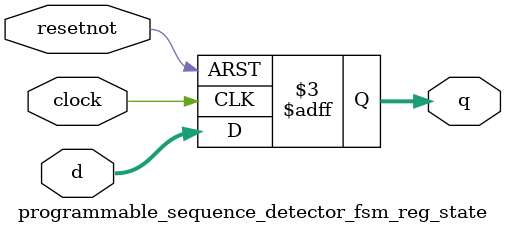
<source format=v>
module programmable_sequence_detector_fsm_reg_state(d, q, clock, resetnot);
	input            clock, resetnot;
	input      [3:0] d;
	output reg [3:0] q;

	always @(posedge clock, negedge resetnot) begin
		if (resetnot == 1'b0)
			q <= 4'b0000; // Asynchronously reset state.
		else
			q <= d; // Set output to state at posedge clock.
	end
endmodule
</source>
